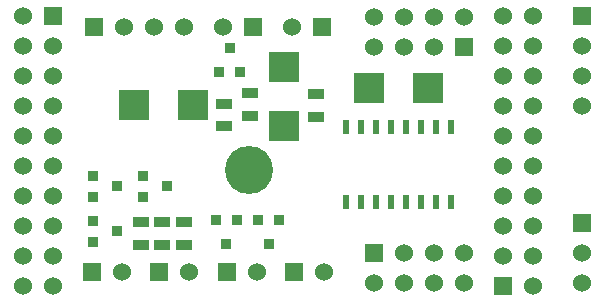
<source format=gts>
G04 (created by PCBNEW (2013-may-18)-stable) date Вт 24 ноя 2015 00:04:13*
%MOIN*%
G04 Gerber Fmt 3.4, Leading zero omitted, Abs format*
%FSLAX34Y34*%
G01*
G70*
G90*
G04 APERTURE LIST*
%ADD10C,0.00590551*%
%ADD11R,0.06X0.06*%
%ADD12C,0.06*%
%ADD13R,0.036X0.036*%
%ADD14R,0.02X0.045*%
%ADD15R,0.055X0.035*%
%ADD16R,0.1004X0.0984*%
%ADD17R,0.0984X0.1004*%
%ADD18C,0.16*%
G04 APERTURE END LIST*
G54D10*
G54D11*
X29814Y-27322D03*
G54D12*
X30814Y-27322D03*
G54D13*
X31697Y-25584D03*
X32397Y-25584D03*
X32047Y-26384D03*
X27592Y-26294D03*
X27592Y-25594D03*
X28392Y-25944D03*
X33114Y-25584D03*
X33814Y-25584D03*
X33464Y-26384D03*
X29285Y-24798D03*
X29285Y-24098D03*
X30085Y-24448D03*
X27592Y-24798D03*
X27592Y-24098D03*
X28392Y-24448D03*
X32515Y-20636D03*
X31815Y-20636D03*
X32165Y-19836D03*
G54D14*
X36045Y-22490D03*
X37045Y-22490D03*
X37545Y-22490D03*
X38045Y-22490D03*
X38545Y-22490D03*
X39045Y-22490D03*
X39545Y-22490D03*
X39545Y-24990D03*
X39045Y-24990D03*
X38545Y-24990D03*
X38045Y-24990D03*
X37545Y-24990D03*
X37045Y-24990D03*
X36545Y-24990D03*
X36045Y-24990D03*
X36545Y-22490D03*
G54D15*
X29212Y-25648D03*
X29212Y-26398D03*
X30629Y-25648D03*
X30629Y-26398D03*
X29921Y-25648D03*
X29921Y-26398D03*
X35039Y-21376D03*
X35039Y-22126D03*
X32834Y-21357D03*
X32834Y-22107D03*
X31988Y-22441D03*
X31988Y-21691D03*
G54D11*
X36984Y-26665D03*
G54D12*
X36984Y-27665D03*
X37984Y-26665D03*
X37984Y-27665D03*
X38984Y-26665D03*
X38984Y-27665D03*
X39984Y-26665D03*
X39984Y-27665D03*
G54D11*
X39984Y-19791D03*
G54D12*
X39984Y-18791D03*
X38984Y-19791D03*
X38984Y-18791D03*
X37984Y-19791D03*
X37984Y-18791D03*
X36984Y-19791D03*
X36984Y-18791D03*
G54D11*
X27633Y-19133D03*
G54D12*
X28633Y-19133D03*
X29633Y-19133D03*
X30633Y-19133D03*
G54D11*
X43897Y-18775D03*
G54D12*
X43897Y-19775D03*
X43897Y-20775D03*
X43897Y-21775D03*
G54D11*
X43897Y-25673D03*
G54D12*
X43897Y-26673D03*
X43897Y-27673D03*
G54D11*
X27570Y-27322D03*
G54D12*
X28570Y-27322D03*
G54D11*
X35224Y-19133D03*
G54D12*
X34224Y-19133D03*
G54D11*
X32940Y-19133D03*
G54D12*
X31940Y-19133D03*
G54D11*
X32059Y-27322D03*
G54D12*
X33059Y-27322D03*
G54D11*
X34303Y-27322D03*
G54D12*
X35303Y-27322D03*
G54D16*
X30954Y-21732D03*
X28966Y-21732D03*
G54D17*
X33976Y-20462D03*
X33976Y-22450D03*
G54D16*
X36801Y-21181D03*
X38789Y-21181D03*
G54D18*
X32795Y-23897D03*
G54D11*
X26287Y-18767D03*
G54D12*
X25287Y-18767D03*
X26287Y-19767D03*
X25287Y-19767D03*
X26287Y-20767D03*
X25287Y-20767D03*
X26287Y-21767D03*
X25287Y-21767D03*
X26287Y-22767D03*
X25287Y-22767D03*
X26287Y-23767D03*
X25287Y-23767D03*
X26287Y-24767D03*
X25287Y-24767D03*
X26287Y-25767D03*
X25287Y-25767D03*
X26287Y-26767D03*
X25287Y-26767D03*
X26287Y-27767D03*
X25287Y-27767D03*
G54D11*
X41287Y-27767D03*
G54D12*
X42287Y-27767D03*
X41287Y-26767D03*
X42287Y-26767D03*
X41287Y-25767D03*
X42287Y-25767D03*
X41287Y-24767D03*
X42287Y-24767D03*
X41287Y-23767D03*
X42287Y-23767D03*
X41287Y-22767D03*
X42287Y-22767D03*
X41287Y-21767D03*
X42287Y-21767D03*
X41287Y-20767D03*
X42287Y-20767D03*
X41287Y-19767D03*
X42287Y-19767D03*
X41287Y-18767D03*
X42287Y-18767D03*
M02*

</source>
